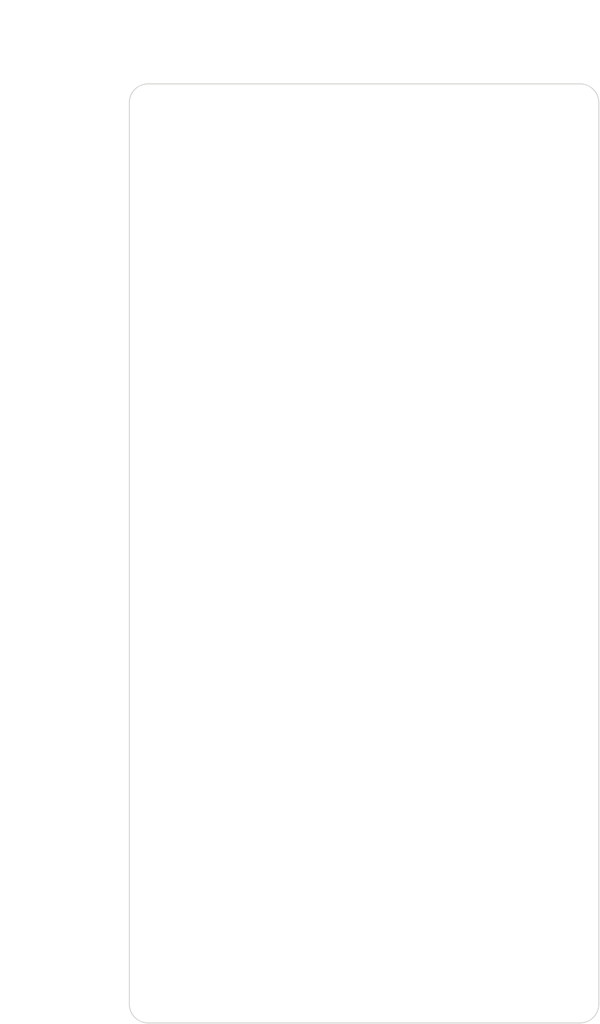
<source format=kicad_pcb>
(kicad_pcb (version 20171130) (host pcbnew 5.1.10)

  (general
    (thickness 1.6)
    (drawings 10)
    (tracks 0)
    (zones 0)
    (modules 0)
    (nets 1)
  )

  (page A4)
  (layers
    (0 F.Cu signal)
    (31 B.Cu signal)
    (32 B.Adhes user)
    (33 F.Adhes user)
    (34 B.Paste user)
    (35 F.Paste user)
    (36 B.SilkS user)
    (37 F.SilkS user)
    (38 B.Mask user)
    (39 F.Mask user)
    (40 Dwgs.User user)
    (41 Cmts.User user)
    (42 Eco1.User user)
    (43 Eco2.User user)
    (44 Edge.Cuts user)
    (45 Margin user)
    (46 B.CrtYd user)
    (47 F.CrtYd user)
    (48 B.Fab user)
    (49 F.Fab user)
  )

  (setup
    (last_trace_width 0.25)
    (trace_clearance 0.2)
    (zone_clearance 0.508)
    (zone_45_only no)
    (trace_min 0.2)
    (via_size 0.8)
    (via_drill 0.4)
    (via_min_size 0.4)
    (via_min_drill 0.3)
    (uvia_size 0.3)
    (uvia_drill 0.1)
    (uvias_allowed no)
    (uvia_min_size 0.2)
    (uvia_min_drill 0.1)
    (edge_width 0.05)
    (segment_width 0.2)
    (pcb_text_width 0.3)
    (pcb_text_size 1.5 1.5)
    (mod_edge_width 0.12)
    (mod_text_size 1 1)
    (mod_text_width 0.15)
    (pad_size 1.524 1.524)
    (pad_drill 0.762)
    (pad_to_mask_clearance 0)
    (aux_axis_origin 0 0)
    (visible_elements FFFFFF7F)
    (pcbplotparams
      (layerselection 0x010fc_ffffffff)
      (usegerberextensions false)
      (usegerberattributes true)
      (usegerberadvancedattributes true)
      (creategerberjobfile true)
      (excludeedgelayer true)
      (linewidth 0.100000)
      (plotframeref false)
      (viasonmask false)
      (mode 1)
      (useauxorigin false)
      (hpglpennumber 1)
      (hpglpenspeed 20)
      (hpglpendiameter 15.000000)
      (psnegative false)
      (psa4output false)
      (plotreference true)
      (plotvalue true)
      (plotinvisibletext false)
      (padsonsilk false)
      (subtractmaskfromsilk false)
      (outputformat 1)
      (mirror false)
      (drillshape 1)
      (scaleselection 1)
      (outputdirectory ""))
  )

  (net 0 "")

  (net_class Default "This is the default net class."
    (clearance 0.2)
    (trace_width 0.25)
    (via_dia 0.8)
    (via_drill 0.4)
    (uvia_dia 0.3)
    (uvia_drill 0.1)
  )

  (gr_arc (start 105.41 65.024) (end 106.426 65.024) (angle -90) (layer Edge.Cuts) (width 0.05) (tstamp 611E8D40))
  (gr_arc (start 82.042 65.024) (end 82.042 64.008) (angle -90) (layer Edge.Cuts) (width 0.05) (tstamp 611E8D34))
  (gr_arc (start 82.042 113.792) (end 81.026 113.792) (angle -90) (layer Edge.Cuts) (width 0.05) (tstamp 611E8D2A))
  (gr_arc (start 105.41 113.792) (end 105.41 114.808) (angle -90) (layer Edge.Cuts) (width 0.05))
  (gr_line (start 105.41 114.808) (end 82.042 114.808) (layer Edge.Cuts) (width 0.05) (tstamp 611E8C9E))
  (gr_line (start 106.426 65.024) (end 106.426 113.792) (layer Edge.Cuts) (width 0.05))
  (gr_line (start 82.042 64.008) (end 105.41 64.008) (layer Edge.Cuts) (width 0.05))
  (gr_line (start 81.026 65.024) (end 81.026 113.792) (layer Edge.Cuts) (width 0.05))
  (dimension 25.4 (width 0.15) (layer Dwgs.User)
    (gr_text "1.0000 in" (at 93.726 60.168) (layer Dwgs.User)
      (effects (font (size 1 1) (thickness 0.15)))
    )
    (feature1 (pts (xy 106.426 64.008) (xy 106.426 60.881579)))
    (feature2 (pts (xy 81.026 64.008) (xy 81.026 60.881579)))
    (crossbar (pts (xy 81.026 61.468) (xy 106.426 61.468)))
    (arrow1a (pts (xy 106.426 61.468) (xy 105.299496 62.054421)))
    (arrow1b (pts (xy 106.426 61.468) (xy 105.299496 60.881579)))
    (arrow2a (pts (xy 81.026 61.468) (xy 82.152504 62.054421)))
    (arrow2b (pts (xy 81.026 61.468) (xy 82.152504 60.881579)))
  )
  (dimension 50.8 (width 0.15) (layer Dwgs.User)
    (gr_text "2.0000 in" (at 77.694001 89.408 270) (layer Dwgs.User)
      (effects (font (size 1 1) (thickness 0.15)))
    )
    (feature1 (pts (xy 81.026 114.808) (xy 78.40758 114.808)))
    (feature2 (pts (xy 81.026 64.008) (xy 78.40758 64.008)))
    (crossbar (pts (xy 78.994001 64.008) (xy 78.994001 114.808)))
    (arrow1a (pts (xy 78.994001 114.808) (xy 78.40758 113.681496)))
    (arrow1b (pts (xy 78.994001 114.808) (xy 79.580422 113.681496)))
    (arrow2a (pts (xy 78.994001 64.008) (xy 78.40758 65.134504)))
    (arrow2b (pts (xy 78.994001 64.008) (xy 79.580422 65.134504)))
  )

)

</source>
